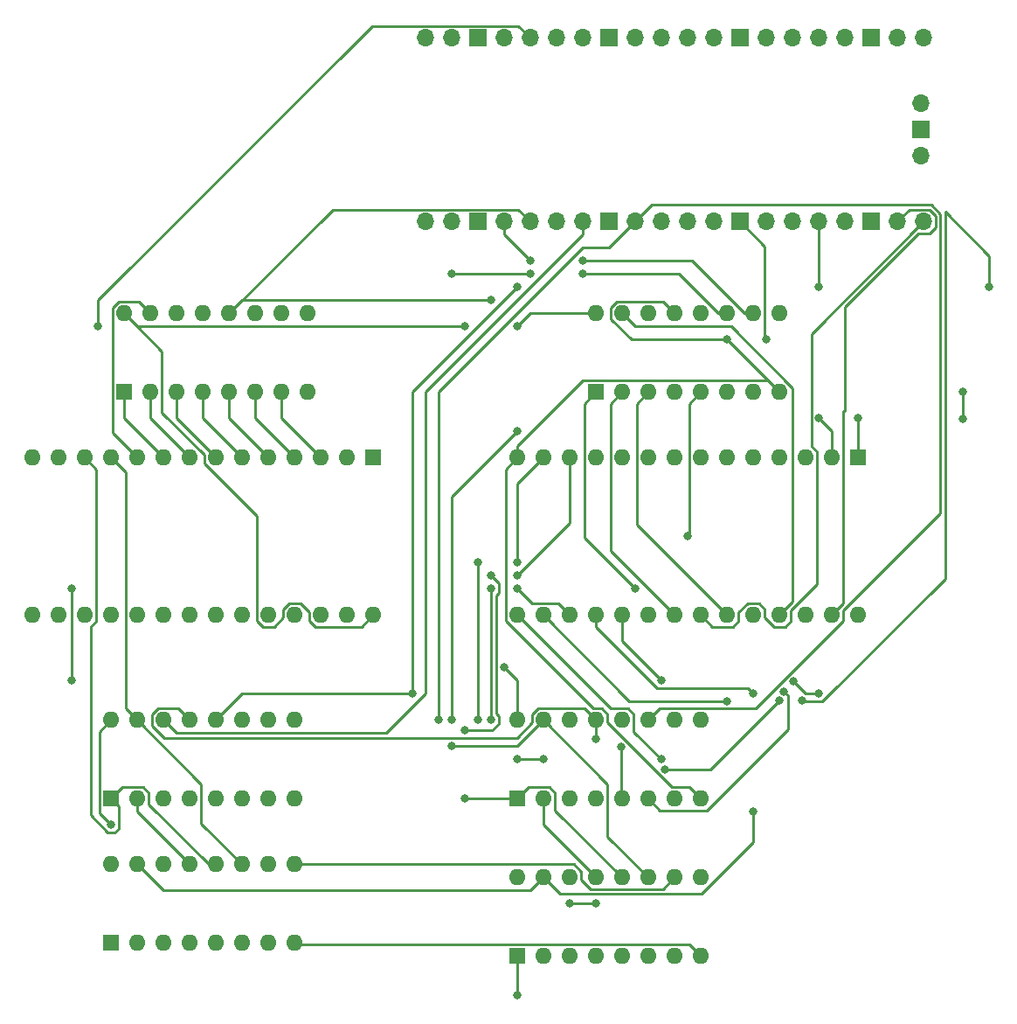
<source format=gbr>
%TF.GenerationSoftware,KiCad,Pcbnew,5.1.10*%
%TF.CreationDate,2021-08-11T14:36:07-04:00*%
%TF.ProjectId,TestSchematic,54657374-5363-4686-956d-617469632e6b,rev?*%
%TF.SameCoordinates,Original*%
%TF.FileFunction,Copper,L2,Bot*%
%TF.FilePolarity,Positive*%
%FSLAX46Y46*%
G04 Gerber Fmt 4.6, Leading zero omitted, Abs format (unit mm)*
G04 Created by KiCad (PCBNEW 5.1.10) date 2021-08-11 14:36:07*
%MOMM*%
%LPD*%
G01*
G04 APERTURE LIST*
%TA.AperFunction,ComponentPad*%
%ADD10O,1.700000X1.700000*%
%TD*%
%TA.AperFunction,ComponentPad*%
%ADD11R,1.700000X1.700000*%
%TD*%
%TA.AperFunction,ComponentPad*%
%ADD12R,1.600000X1.600000*%
%TD*%
%TA.AperFunction,ComponentPad*%
%ADD13O,1.600000X1.600000*%
%TD*%
%TA.AperFunction,ViaPad*%
%ADD14C,0.800000*%
%TD*%
%TA.AperFunction,Conductor*%
%ADD15C,0.250000*%
%TD*%
G04 APERTURE END LIST*
D10*
%TO.P,U9,1*%
%TO.N,Net-(U7-Pad14)*%
X95250000Y-87630000D03*
%TO.P,U9,2*%
%TO.N,Net-(U7-Pad11)*%
X97790000Y-87630000D03*
D11*
%TO.P,U9,3*%
%TO.N,Net-(U9-Pad3)*%
X100330000Y-87630000D03*
D10*
%TO.P,U9,4*%
%TO.N,Net-(U7-Pad10)*%
X102870000Y-87630000D03*
%TO.P,U9,5*%
%TO.N,Net-(U7-Pad12)*%
X105410000Y-87630000D03*
%TO.P,U9,6*%
%TO.N,Net-(U9-Pad6)*%
X107950000Y-87630000D03*
%TO.P,U9,7*%
%TO.N,Net-(U3-Pad14)*%
X110490000Y-87630000D03*
D11*
%TO.P,U9,8*%
%TO.N,Net-(U9-Pad8)*%
X113030000Y-87630000D03*
D10*
%TO.P,U9,9*%
%TO.N,Net-(U3-Pad11)*%
X115570000Y-87630000D03*
%TO.P,U9,10*%
%TO.N,Net-(U3-Pad10)*%
X118110000Y-87630000D03*
%TO.P,U9,11*%
%TO.N,Net-(U3-Pad12)*%
X120650000Y-87630000D03*
%TO.P,U9,12*%
%TO.N,Net-(U3-Pad13)*%
X123190000Y-87630000D03*
D11*
%TO.P,U9,13*%
%TO.N,Net-(U1-Pad8)*%
X125730000Y-87630000D03*
D10*
%TO.P,U9,14*%
%TO.N,Net-(U9-Pad14)*%
X128270000Y-87630000D03*
%TO.P,U9,15*%
%TO.N,Net-(U1-Pad2)*%
X130810000Y-87630000D03*
%TO.P,U9,16*%
%TO.N,Net-(U1-Pad15)*%
X133350000Y-87630000D03*
%TO.P,U9,17*%
%TO.N,Net-(U2-Pad9)*%
X135890000Y-87630000D03*
D11*
%TO.P,U9,18*%
%TO.N,Net-(U9-Pad18)*%
X138430000Y-87630000D03*
D10*
%TO.P,U9,19*%
%TO.N,Net-(U5-Pad27)*%
X140970000Y-87630000D03*
%TO.P,U9,20*%
%TO.N,Net-(U5-Pad22)*%
X143510000Y-87630000D03*
%TO.P,U9,21*%
%TO.N,Net-(U5-Pad20)*%
X143510000Y-69850000D03*
%TO.P,U9,22*%
%TO.N,Net-(U9-Pad22)*%
X140970000Y-69850000D03*
D11*
%TO.P,U9,23*%
%TO.N,Net-(U9-Pad23)*%
X138430000Y-69850000D03*
D10*
%TO.P,U9,24*%
%TO.N,Net-(U9-Pad24)*%
X135890000Y-69850000D03*
%TO.P,U9,25*%
%TO.N,Net-(U9-Pad25)*%
X133350000Y-69850000D03*
%TO.P,U9,26*%
%TO.N,Net-(U9-Pad26)*%
X130810000Y-69850000D03*
%TO.P,U9,27*%
%TO.N,Net-(U9-Pad27)*%
X128270000Y-69850000D03*
D11*
%TO.P,U9,28*%
%TO.N,Net-(U9-Pad28)*%
X125730000Y-69850000D03*
D10*
%TO.P,U9,29*%
%TO.N,Net-(U9-Pad29)*%
X123190000Y-69850000D03*
%TO.P,U9,30*%
%TO.N,Net-(U9-Pad30)*%
X120650000Y-69850000D03*
%TO.P,U9,31*%
%TO.N,Net-(U9-Pad31)*%
X118110000Y-69850000D03*
%TO.P,U9,32*%
%TO.N,Net-(U9-Pad32)*%
X115570000Y-69850000D03*
D11*
%TO.P,U9,33*%
%TO.N,Net-(U9-Pad33)*%
X113030000Y-69850000D03*
D10*
%TO.P,U9,34*%
%TO.N,Net-(U9-Pad34)*%
X110490000Y-69850000D03*
%TO.P,U9,35*%
%TO.N,Net-(U9-Pad35)*%
X107950000Y-69850000D03*
%TO.P,U9,36*%
%TO.N,Net-(U1-Pad16)*%
X105410000Y-69850000D03*
%TO.P,U9,37*%
%TO.N,Net-(U9-Pad37)*%
X102870000Y-69850000D03*
D11*
%TO.P,U9,38*%
%TO.N,Net-(U9-Pad38)*%
X100330000Y-69850000D03*
D10*
%TO.P,U9,39*%
%TO.N,Net-(U9-Pad39)*%
X97790000Y-69850000D03*
%TO.P,U9,40*%
%TO.N,Net-(U9-Pad40)*%
X95250000Y-69850000D03*
%TO.P,U9,41*%
%TO.N,Net-(U9-Pad41)*%
X143280000Y-81280000D03*
D11*
%TO.P,U9,42*%
%TO.N,Net-(U9-Pad42)*%
X143280000Y-78740000D03*
D10*
%TO.P,U9,43*%
%TO.N,Net-(U9-Pad43)*%
X143280000Y-76200000D03*
%TD*%
D12*
%TO.P,U8,1*%
%TO.N,Net-(U5-Pad24)*%
X111760000Y-104140000D03*
D13*
%TO.P,U8,9*%
%TO.N,Net-(U8-Pad9)*%
X129540000Y-96520000D03*
%TO.P,U8,2*%
%TO.N,Net-(U5-Pad21)*%
X114300000Y-104140000D03*
%TO.P,U8,10*%
%TO.N,Net-(U7-Pad10)*%
X127000000Y-96520000D03*
%TO.P,U8,3*%
%TO.N,Net-(U5-Pad23)*%
X116840000Y-104140000D03*
%TO.P,U8,11*%
%TO.N,Net-(U7-Pad11)*%
X124460000Y-96520000D03*
%TO.P,U8,4*%
%TO.N,Net-(U5-Pad2)*%
X119380000Y-104140000D03*
%TO.P,U8,12*%
%TO.N,Net-(U7-Pad12)*%
X121920000Y-96520000D03*
%TO.P,U8,5*%
%TO.N,Net-(U5-Pad26)*%
X121920000Y-104140000D03*
%TO.P,U8,13*%
%TO.N,Net-(U1-Pad8)*%
X119380000Y-96520000D03*
%TO.P,U8,6*%
%TO.N,Net-(U5-Pad1)*%
X124460000Y-104140000D03*
%TO.P,U8,14*%
%TO.N,Net-(U7-Pad9)*%
X116840000Y-96520000D03*
%TO.P,U8,7*%
%TO.N,Net-(U8-Pad7)*%
X127000000Y-104140000D03*
%TO.P,U8,15*%
%TO.N,Net-(U5-Pad25)*%
X114300000Y-96520000D03*
%TO.P,U8,8*%
%TO.N,Net-(U1-Pad8)*%
X129540000Y-104140000D03*
%TO.P,U8,16*%
%TO.N,Net-(U1-Pad16)*%
X111760000Y-96520000D03*
%TD*%
D12*
%TO.P,U7,1*%
%TO.N,Net-(U5-Pad9)*%
X66040000Y-104140000D03*
D13*
%TO.P,U7,9*%
%TO.N,Net-(U7-Pad9)*%
X83820000Y-96520000D03*
%TO.P,U7,2*%
%TO.N,Net-(U5-Pad8)*%
X68580000Y-104140000D03*
%TO.P,U7,10*%
%TO.N,Net-(U7-Pad10)*%
X81280000Y-96520000D03*
%TO.P,U7,3*%
%TO.N,Net-(U5-Pad7)*%
X71120000Y-104140000D03*
%TO.P,U7,11*%
%TO.N,Net-(U7-Pad11)*%
X78740000Y-96520000D03*
%TO.P,U7,4*%
%TO.N,Net-(U5-Pad6)*%
X73660000Y-104140000D03*
%TO.P,U7,12*%
%TO.N,Net-(U7-Pad12)*%
X76200000Y-96520000D03*
%TO.P,U7,5*%
%TO.N,Net-(U5-Pad5)*%
X76200000Y-104140000D03*
%TO.P,U7,13*%
%TO.N,Net-(U1-Pad8)*%
X73660000Y-96520000D03*
%TO.P,U7,6*%
%TO.N,Net-(U5-Pad4)*%
X78740000Y-104140000D03*
%TO.P,U7,14*%
%TO.N,Net-(U7-Pad14)*%
X71120000Y-96520000D03*
%TO.P,U7,7*%
%TO.N,Net-(U5-Pad3)*%
X81280000Y-104140000D03*
%TO.P,U7,15*%
%TO.N,Net-(U5-Pad10)*%
X68580000Y-96520000D03*
%TO.P,U7,8*%
%TO.N,Net-(U1-Pad8)*%
X83820000Y-104140000D03*
%TO.P,U7,16*%
%TO.N,Net-(U1-Pad16)*%
X66040000Y-96520000D03*
%TD*%
%TO.P,U6,28*%
%TO.N,Net-(U1-Pad16)*%
X137160000Y-125730000D03*
%TO.P,U6,14*%
%TO.N,Net-(U1-Pad8)*%
X104140000Y-110490000D03*
%TO.P,U6,27*%
%TO.N,Net-(U5-Pad27)*%
X134620000Y-125730000D03*
%TO.P,U6,13*%
%TO.N,Net-(U2-Pad13)*%
X106680000Y-110490000D03*
%TO.P,U6,26*%
%TO.N,Net-(U5-Pad26)*%
X132080000Y-125730000D03*
%TO.P,U6,12*%
%TO.N,Net-(U2-Pad12)*%
X109220000Y-110490000D03*
%TO.P,U6,25*%
%TO.N,Net-(U5-Pad25)*%
X129540000Y-125730000D03*
%TO.P,U6,11*%
%TO.N,Net-(U2-Pad11)*%
X111760000Y-110490000D03*
%TO.P,U6,24*%
%TO.N,Net-(U5-Pad24)*%
X127000000Y-125730000D03*
%TO.P,U6,10*%
%TO.N,Net-(U5-Pad10)*%
X114300000Y-110490000D03*
%TO.P,U6,23*%
%TO.N,Net-(U5-Pad23)*%
X124460000Y-125730000D03*
%TO.P,U6,9*%
%TO.N,Net-(U5-Pad9)*%
X116840000Y-110490000D03*
%TO.P,U6,22*%
%TO.N,Net-(U5-Pad22)*%
X121920000Y-125730000D03*
%TO.P,U6,8*%
%TO.N,Net-(U5-Pad8)*%
X119380000Y-110490000D03*
%TO.P,U6,21*%
%TO.N,Net-(U5-Pad21)*%
X119380000Y-125730000D03*
%TO.P,U6,7*%
%TO.N,Net-(U5-Pad7)*%
X121920000Y-110490000D03*
%TO.P,U6,20*%
%TO.N,Net-(U5-Pad20)*%
X116840000Y-125730000D03*
%TO.P,U6,6*%
%TO.N,Net-(U5-Pad6)*%
X124460000Y-110490000D03*
%TO.P,U6,19*%
%TO.N,Net-(U2-Pad6)*%
X114300000Y-125730000D03*
%TO.P,U6,5*%
%TO.N,Net-(U5-Pad5)*%
X127000000Y-110490000D03*
%TO.P,U6,18*%
%TO.N,Net-(U2-Pad5)*%
X111760000Y-125730000D03*
%TO.P,U6,4*%
%TO.N,Net-(U5-Pad4)*%
X129540000Y-110490000D03*
%TO.P,U6,17*%
%TO.N,Net-(U2-Pad4)*%
X109220000Y-125730000D03*
%TO.P,U6,3*%
%TO.N,Net-(U5-Pad3)*%
X132080000Y-110490000D03*
%TO.P,U6,16*%
%TO.N,Net-(U2-Pad3)*%
X106680000Y-125730000D03*
%TO.P,U6,2*%
%TO.N,Net-(U5-Pad2)*%
X134620000Y-110490000D03*
%TO.P,U6,15*%
%TO.N,Net-(U2-Pad14)*%
X104140000Y-125730000D03*
D12*
%TO.P,U6,1*%
%TO.N,Net-(U5-Pad1)*%
X137160000Y-110490000D03*
%TD*%
D13*
%TO.P,U5,28*%
%TO.N,Net-(U1-Pad16)*%
X90170000Y-125730000D03*
%TO.P,U5,14*%
%TO.N,Net-(U1-Pad8)*%
X57150000Y-110490000D03*
%TO.P,U5,27*%
%TO.N,Net-(U5-Pad27)*%
X87630000Y-125730000D03*
%TO.P,U5,13*%
%TO.N,Net-(U1-Pad13)*%
X59690000Y-110490000D03*
%TO.P,U5,26*%
%TO.N,Net-(U5-Pad26)*%
X85090000Y-125730000D03*
%TO.P,U5,12*%
%TO.N,Net-(U1-Pad12)*%
X62230000Y-110490000D03*
%TO.P,U5,25*%
%TO.N,Net-(U5-Pad25)*%
X82550000Y-125730000D03*
%TO.P,U5,11*%
%TO.N,Net-(U1-Pad11)*%
X64770000Y-110490000D03*
%TO.P,U5,24*%
%TO.N,Net-(U5-Pad24)*%
X80010000Y-125730000D03*
%TO.P,U5,10*%
%TO.N,Net-(U5-Pad10)*%
X67310000Y-110490000D03*
%TO.P,U5,23*%
%TO.N,Net-(U5-Pad23)*%
X77470000Y-125730000D03*
%TO.P,U5,9*%
%TO.N,Net-(U5-Pad9)*%
X69850000Y-110490000D03*
%TO.P,U5,22*%
%TO.N,Net-(U5-Pad22)*%
X74930000Y-125730000D03*
%TO.P,U5,8*%
%TO.N,Net-(U5-Pad8)*%
X72390000Y-110490000D03*
%TO.P,U5,21*%
%TO.N,Net-(U5-Pad21)*%
X72390000Y-125730000D03*
%TO.P,U5,7*%
%TO.N,Net-(U5-Pad7)*%
X74930000Y-110490000D03*
%TO.P,U5,20*%
%TO.N,Net-(U5-Pad20)*%
X69850000Y-125730000D03*
%TO.P,U5,6*%
%TO.N,Net-(U5-Pad6)*%
X77470000Y-110490000D03*
%TO.P,U5,19*%
%TO.N,Net-(U1-Pad6)*%
X67310000Y-125730000D03*
%TO.P,U5,5*%
%TO.N,Net-(U5-Pad5)*%
X80010000Y-110490000D03*
%TO.P,U5,18*%
%TO.N,Net-(U1-Pad5)*%
X64770000Y-125730000D03*
%TO.P,U5,4*%
%TO.N,Net-(U5-Pad4)*%
X82550000Y-110490000D03*
%TO.P,U5,17*%
%TO.N,Net-(U1-Pad4)*%
X62230000Y-125730000D03*
%TO.P,U5,3*%
%TO.N,Net-(U5-Pad3)*%
X85090000Y-110490000D03*
%TO.P,U5,16*%
%TO.N,Net-(U1-Pad3)*%
X59690000Y-125730000D03*
%TO.P,U5,2*%
%TO.N,Net-(U5-Pad2)*%
X87630000Y-110490000D03*
%TO.P,U5,15*%
%TO.N,Net-(U1-Pad14)*%
X57150000Y-125730000D03*
D12*
%TO.P,U5,1*%
%TO.N,Net-(U5-Pad1)*%
X90170000Y-110490000D03*
%TD*%
D13*
%TO.P,U4,16*%
%TO.N,Net-(U1-Pad16)*%
X104140000Y-135890000D03*
%TO.P,U4,8*%
%TO.N,Net-(U1-Pad8)*%
X121920000Y-143510000D03*
%TO.P,U4,15*%
%TO.N,Net-(U2-Pad11)*%
X106680000Y-135890000D03*
%TO.P,U4,7*%
%TO.N,Net-(U2-Pad6)*%
X119380000Y-143510000D03*
%TO.P,U4,14*%
%TO.N,Net-(U3-Pad9)*%
X109220000Y-135890000D03*
%TO.P,U4,6*%
%TO.N,Net-(U2-Pad5)*%
X116840000Y-143510000D03*
%TO.P,U4,13*%
%TO.N,Net-(U3-Pad13)*%
X111760000Y-135890000D03*
%TO.P,U4,5*%
%TO.N,Net-(U2-Pad4)*%
X114300000Y-143510000D03*
%TO.P,U4,12*%
%TO.N,Net-(U3-Pad12)*%
X114300000Y-135890000D03*
%TO.P,U4,4*%
%TO.N,Net-(U2-Pad3)*%
X111760000Y-143510000D03*
%TO.P,U4,11*%
%TO.N,Net-(U3-Pad11)*%
X116840000Y-135890000D03*
%TO.P,U4,3*%
%TO.N,Net-(U2-Pad14)*%
X109220000Y-143510000D03*
%TO.P,U4,10*%
%TO.N,Net-(U3-Pad10)*%
X119380000Y-135890000D03*
%TO.P,U4,2*%
%TO.N,Net-(U2-Pad13)*%
X106680000Y-143510000D03*
%TO.P,U4,9*%
%TO.N,Net-(U4-Pad9)*%
X121920000Y-135890000D03*
D12*
%TO.P,U4,1*%
%TO.N,Net-(U2-Pad12)*%
X104140000Y-143510000D03*
%TD*%
D13*
%TO.P,U3,16*%
%TO.N,Net-(U1-Pad16)*%
X64770000Y-135890000D03*
%TO.P,U3,8*%
%TO.N,Net-(U1-Pad8)*%
X82550000Y-143510000D03*
%TO.P,U3,15*%
%TO.N,Net-(U1-Pad11)*%
X67310000Y-135890000D03*
%TO.P,U3,7*%
%TO.N,Net-(U1-Pad6)*%
X80010000Y-143510000D03*
%TO.P,U3,14*%
%TO.N,Net-(U3-Pad14)*%
X69850000Y-135890000D03*
%TO.P,U3,6*%
%TO.N,Net-(U1-Pad5)*%
X77470000Y-143510000D03*
%TO.P,U3,13*%
%TO.N,Net-(U3-Pad13)*%
X72390000Y-135890000D03*
%TO.P,U3,5*%
%TO.N,Net-(U1-Pad4)*%
X74930000Y-143510000D03*
%TO.P,U3,12*%
%TO.N,Net-(U3-Pad12)*%
X74930000Y-135890000D03*
%TO.P,U3,4*%
%TO.N,Net-(U1-Pad3)*%
X72390000Y-143510000D03*
%TO.P,U3,11*%
%TO.N,Net-(U3-Pad11)*%
X77470000Y-135890000D03*
%TO.P,U3,3*%
%TO.N,Net-(U1-Pad14)*%
X69850000Y-143510000D03*
%TO.P,U3,10*%
%TO.N,Net-(U3-Pad10)*%
X80010000Y-135890000D03*
%TO.P,U3,2*%
%TO.N,Net-(U1-Pad13)*%
X67310000Y-143510000D03*
%TO.P,U3,9*%
%TO.N,Net-(U3-Pad9)*%
X82550000Y-135890000D03*
D12*
%TO.P,U3,1*%
%TO.N,Net-(U1-Pad12)*%
X64770000Y-143510000D03*
%TD*%
%TO.P,U2,1*%
%TO.N,Net-(U1-Pad1)*%
X104140000Y-158750000D03*
D13*
%TO.P,U2,9*%
%TO.N,Net-(U2-Pad9)*%
X121920000Y-151130000D03*
%TO.P,U2,2*%
%TO.N,Net-(U1-Pad2)*%
X106680000Y-158750000D03*
%TO.P,U2,10*%
%TO.N,Net-(U1-Pad9)*%
X119380000Y-151130000D03*
%TO.P,U2,3*%
%TO.N,Net-(U2-Pad3)*%
X109220000Y-158750000D03*
%TO.P,U2,11*%
%TO.N,Net-(U2-Pad11)*%
X116840000Y-151130000D03*
%TO.P,U2,4*%
%TO.N,Net-(U2-Pad4)*%
X111760000Y-158750000D03*
%TO.P,U2,12*%
%TO.N,Net-(U2-Pad12)*%
X114300000Y-151130000D03*
%TO.P,U2,5*%
%TO.N,Net-(U2-Pad5)*%
X114300000Y-158750000D03*
%TO.P,U2,13*%
%TO.N,Net-(U2-Pad13)*%
X111760000Y-151130000D03*
%TO.P,U2,6*%
%TO.N,Net-(U2-Pad6)*%
X116840000Y-158750000D03*
%TO.P,U2,14*%
%TO.N,Net-(U2-Pad14)*%
X109220000Y-151130000D03*
%TO.P,U2,7*%
%TO.N,Net-(U2-Pad7)*%
X119380000Y-158750000D03*
%TO.P,U2,15*%
%TO.N,Net-(U1-Pad15)*%
X106680000Y-151130000D03*
%TO.P,U2,8*%
%TO.N,Net-(U1-Pad8)*%
X121920000Y-158750000D03*
%TO.P,U2,16*%
%TO.N,Net-(U1-Pad16)*%
X104140000Y-151130000D03*
%TD*%
%TO.P,U1,16*%
%TO.N,Net-(U1-Pad16)*%
X64770000Y-149860000D03*
%TO.P,U1,8*%
%TO.N,Net-(U1-Pad8)*%
X82550000Y-157480000D03*
%TO.P,U1,15*%
%TO.N,Net-(U1-Pad15)*%
X67310000Y-149860000D03*
%TO.P,U1,7*%
%TO.N,Net-(U1-Pad7)*%
X80010000Y-157480000D03*
%TO.P,U1,14*%
%TO.N,Net-(U1-Pad14)*%
X69850000Y-149860000D03*
%TO.P,U1,6*%
%TO.N,Net-(U1-Pad6)*%
X77470000Y-157480000D03*
%TO.P,U1,13*%
%TO.N,Net-(U1-Pad13)*%
X72390000Y-149860000D03*
%TO.P,U1,5*%
%TO.N,Net-(U1-Pad5)*%
X74930000Y-157480000D03*
%TO.P,U1,12*%
%TO.N,Net-(U1-Pad12)*%
X74930000Y-149860000D03*
%TO.P,U1,4*%
%TO.N,Net-(U1-Pad4)*%
X72390000Y-157480000D03*
%TO.P,U1,11*%
%TO.N,Net-(U1-Pad11)*%
X77470000Y-149860000D03*
%TO.P,U1,3*%
%TO.N,Net-(U1-Pad3)*%
X69850000Y-157480000D03*
%TO.P,U1,10*%
%TO.N,Net-(U1-Pad10)*%
X80010000Y-149860000D03*
%TO.P,U1,2*%
%TO.N,Net-(U1-Pad2)*%
X67310000Y-157480000D03*
%TO.P,U1,9*%
%TO.N,Net-(U1-Pad9)*%
X82550000Y-149860000D03*
D12*
%TO.P,U1,1*%
%TO.N,Net-(U1-Pad1)*%
X64770000Y-157480000D03*
%TD*%
D14*
%TO.N,Net-(U1-Pad15)*%
X127000000Y-144780000D03*
X133350000Y-93980000D03*
%TO.N,Net-(U1-Pad8)*%
X128270000Y-99060000D03*
X124460000Y-99060000D03*
%TO.N,Net-(U1-Pad1)*%
X104140000Y-162560000D03*
%TO.N,Net-(U2-Pad14)*%
X118110000Y-139700000D03*
%TO.N,Net-(U2-Pad6)*%
X133350000Y-133350000D03*
X130885154Y-132155154D03*
X118110000Y-132080000D03*
%TO.N,Net-(U2-Pad13)*%
X109220000Y-153670000D03*
X111760000Y-153670000D03*
X104140000Y-120650000D03*
X100330000Y-120650000D03*
X100330000Y-135890000D03*
%TO.N,Net-(U2-Pad5)*%
X127000000Y-133314999D03*
X129933573Y-133106734D03*
%TO.N,Net-(U2-Pad12)*%
X104140000Y-121920000D03*
X101600000Y-121920000D03*
X99060000Y-136885009D03*
X99060000Y-143510000D03*
%TO.N,Net-(U2-Pad4)*%
X104140000Y-123190000D03*
X101600000Y-123190000D03*
X101600000Y-135890000D03*
X104140000Y-139700000D03*
X106680000Y-139700000D03*
X114224846Y-138505154D03*
%TO.N,Net-(U2-Pad11)*%
X97790000Y-138430000D03*
X97790000Y-135890000D03*
X104140000Y-107950000D03*
%TO.N,Net-(U2-Pad3)*%
X124460000Y-134039999D03*
X129514849Y-134014848D03*
X118425152Y-140654848D03*
%TO.N,Net-(U2-Pad9)*%
X147304846Y-106695154D03*
X147320000Y-104140000D03*
%TO.N,Net-(U3-Pad13)*%
X149860000Y-93980000D03*
X131704508Y-133970187D03*
X111760000Y-137740001D03*
%TO.N,Net-(U3-Pad12)*%
X93980000Y-133350000D03*
X104140000Y-93980000D03*
%TO.N,Net-(U3-Pad11)*%
X96520000Y-135890000D03*
%TO.N,Net-(U5-Pad26)*%
X120650000Y-118110000D03*
%TO.N,Net-(U5-Pad24)*%
X115570000Y-123190000D03*
%TO.N,Net-(U5-Pad2)*%
X133350000Y-106680000D03*
%TO.N,Net-(U5-Pad1)*%
X137160000Y-106680000D03*
%TO.N,Net-(U7-Pad12)*%
X101600000Y-95250000D03*
%TO.N,Net-(U7-Pad11)*%
X97790000Y-92710000D03*
X105410000Y-92710000D03*
X110490000Y-92710000D03*
%TO.N,Net-(U7-Pad10)*%
X105410000Y-91440000D03*
X110490000Y-91440000D03*
%TO.N,Net-(U1-Pad16)*%
X104140000Y-97790000D03*
X99060000Y-97790000D03*
X64770000Y-146050000D03*
X60960000Y-132080000D03*
X60960000Y-123190000D03*
X102870000Y-130810000D03*
X63500000Y-97790000D03*
%TD*%
D15*
%TO.N,Net-(U1-Pad15)*%
X69850000Y-152400000D02*
X67310000Y-149860000D01*
X105410000Y-152400000D02*
X69850000Y-152400000D01*
X106680000Y-151130000D02*
X105410000Y-152400000D01*
X122009992Y-152705010D02*
X127000000Y-147715002D01*
X108255010Y-152705010D02*
X122009992Y-152705010D01*
X106680000Y-151130000D02*
X108255010Y-152705010D01*
X127000000Y-147715002D02*
X127000000Y-144780000D01*
X133350000Y-93980000D02*
X133350000Y-87630000D01*
%TO.N,Net-(U1-Pad8)*%
X82694999Y-157624999D02*
X82550000Y-157480000D01*
X120794999Y-157624999D02*
X82694999Y-157624999D01*
X121920000Y-158750000D02*
X120794999Y-157624999D01*
X128414999Y-103014999D02*
X129540000Y-104140000D01*
X110483631Y-103014999D02*
X128414999Y-103014999D01*
X104140000Y-109358630D02*
X110483631Y-103014999D01*
X104140000Y-110490000D02*
X104140000Y-109358630D01*
X119129997Y-142384999D02*
X120794999Y-142384999D01*
X112885001Y-136140003D02*
X119129997Y-142384999D01*
X112885001Y-135349999D02*
X112885001Y-136140003D01*
X120794999Y-142384999D02*
X121920000Y-143510000D01*
X112300001Y-134764999D02*
X112885001Y-135349999D01*
X111509997Y-134764999D02*
X112300001Y-134764999D01*
X103014999Y-126270001D02*
X111509997Y-134764999D01*
X103014999Y-111615001D02*
X103014999Y-126270001D01*
X104140000Y-110490000D02*
X103014999Y-111615001D01*
X128125001Y-98915001D02*
X128270000Y-99060000D01*
X128125001Y-90025001D02*
X128125001Y-98915001D01*
X125730000Y-87630000D02*
X128125001Y-90025001D01*
X113759999Y-95394999D02*
X118254999Y-95394999D01*
X118254999Y-95394999D02*
X119380000Y-96520000D01*
X113174999Y-95979999D02*
X113759999Y-95394999D01*
X113174999Y-97060001D02*
X113174999Y-95979999D01*
X115174998Y-99060000D02*
X113174999Y-97060001D01*
X124460000Y-99060000D02*
X115174998Y-99060000D01*
X129540000Y-104140000D02*
X124460000Y-99060000D01*
%TO.N,Net-(U1-Pad13)*%
X67310000Y-144780000D02*
X72390000Y-149860000D01*
X67310000Y-143510000D02*
X67310000Y-144780000D01*
%TO.N,Net-(U1-Pad12)*%
X68435001Y-142969999D02*
X67850001Y-142384999D01*
X67850001Y-142384999D02*
X65895001Y-142384999D01*
X68435001Y-144050001D02*
X68435001Y-142969999D01*
X65895001Y-142384999D02*
X64770000Y-143510000D01*
X74245000Y-149860000D02*
X68435001Y-144050001D01*
X74930000Y-149860000D02*
X74245000Y-149860000D01*
X62770001Y-126855001D02*
X63355001Y-126270001D01*
X62770001Y-145123003D02*
X62770001Y-126855001D01*
X63355001Y-126270001D02*
X63355001Y-111615001D01*
X64421999Y-146775001D02*
X62770001Y-145123003D01*
X65118001Y-146775001D02*
X64421999Y-146775001D01*
X63355001Y-111615001D02*
X62230000Y-110490000D01*
X65495001Y-144235001D02*
X65495001Y-146398001D01*
X65495001Y-146398001D02*
X65118001Y-146775001D01*
X64770000Y-143510000D02*
X65495001Y-144235001D01*
%TO.N,Net-(U1-Pad11)*%
X73515001Y-142095001D02*
X67310000Y-135890000D01*
X73515001Y-145905001D02*
X73515001Y-142095001D01*
X77470000Y-149860000D02*
X73515001Y-145905001D01*
X66184999Y-134764999D02*
X67310000Y-135890000D01*
X66184999Y-111904999D02*
X66184999Y-134764999D01*
X64770000Y-110490000D02*
X66184999Y-111904999D01*
%TO.N,Net-(U1-Pad9)*%
X110345001Y-150589999D02*
X109615002Y-149860000D01*
X110345001Y-151380003D02*
X110345001Y-150589999D01*
X111219999Y-152255001D02*
X110345001Y-151380003D01*
X109615002Y-149860000D02*
X82550000Y-149860000D01*
X118254999Y-152255001D02*
X111219999Y-152255001D01*
X119380000Y-151130000D02*
X118254999Y-152255001D01*
%TO.N,Net-(U1-Pad1)*%
X104140000Y-162560000D02*
X104140000Y-158750000D01*
%TO.N,Net-(U2-Pad14)*%
X115425001Y-137015001D02*
X118110000Y-139700000D01*
X115425001Y-135349999D02*
X115425001Y-137015001D01*
X114840001Y-134764999D02*
X115425001Y-135349999D01*
X113174999Y-134764999D02*
X114840001Y-134764999D01*
X104140000Y-125730000D02*
X113174999Y-134764999D01*
%TO.N,Net-(U2-Pad6)*%
X132080000Y-133350000D02*
X130885154Y-132155154D01*
X133350000Y-133350000D02*
X132080000Y-133350000D01*
X114300000Y-128270000D02*
X114300000Y-125730000D01*
X118110000Y-132080000D02*
X114300000Y-128270000D01*
%TO.N,Net-(U2-Pad13)*%
X106680000Y-146050000D02*
X111760000Y-151130000D01*
X106680000Y-143510000D02*
X106680000Y-146050000D01*
X109220000Y-153670000D02*
X111760000Y-153670000D01*
X104140000Y-113030000D02*
X104140000Y-120650000D01*
X106680000Y-110490000D02*
X104140000Y-113030000D01*
X100330000Y-120650000D02*
X100330000Y-135890000D01*
%TO.N,Net-(U2-Pad5)*%
X126490002Y-132805001D02*
X127000000Y-133314999D01*
X117703631Y-132805001D02*
X126490002Y-132805001D01*
X111760000Y-126861370D02*
X117703631Y-132805001D01*
X111760000Y-125730000D02*
X111760000Y-126861370D01*
X117965001Y-144635001D02*
X116840000Y-143510000D01*
X122460001Y-144635001D02*
X117965001Y-144635001D01*
X130333572Y-136761430D02*
X122460001Y-144635001D01*
X130333572Y-133506733D02*
X130333572Y-136761430D01*
X129933573Y-133106734D02*
X130333572Y-133506733D01*
%TO.N,Net-(U2-Pad12)*%
X105265001Y-142384999D02*
X104140000Y-143510000D01*
X107220001Y-142384999D02*
X105265001Y-142384999D01*
X107805001Y-142969999D02*
X107220001Y-142384999D01*
X107805001Y-144635001D02*
X107805001Y-142969999D01*
X114300000Y-151130000D02*
X107805001Y-144635001D01*
X109220000Y-116840000D02*
X104140000Y-121920000D01*
X109220000Y-110490000D02*
X109220000Y-116840000D01*
X102325001Y-135541999D02*
X102325001Y-136238001D01*
X102050010Y-135267008D02*
X102325001Y-135541999D01*
X102050010Y-123812992D02*
X102050010Y-135267008D01*
X102325001Y-136238001D02*
X101677993Y-136885009D01*
X102325001Y-123538001D02*
X102050010Y-123812992D01*
X101677993Y-136885009D02*
X99060000Y-136885009D01*
X102325001Y-122645001D02*
X102325001Y-123538001D01*
X101600000Y-121920000D02*
X102325001Y-122645001D01*
X99060000Y-143510000D02*
X104140000Y-143510000D01*
%TO.N,Net-(U2-Pad4)*%
X108094999Y-124604999D02*
X105554999Y-124604999D01*
X109220000Y-125730000D02*
X108094999Y-124604999D01*
X105554999Y-124604999D02*
X104140000Y-123190000D01*
X101600000Y-123190000D02*
X101600000Y-135890000D01*
X104140000Y-139700000D02*
X106680000Y-139700000D01*
X114224846Y-143434846D02*
X114300000Y-143510000D01*
X114224846Y-138505154D02*
X114224846Y-143434846D01*
%TO.N,Net-(U2-Pad11)*%
X112885001Y-142095001D02*
X106680000Y-135890000D01*
X112885001Y-147175001D02*
X112885001Y-142095001D01*
X116840000Y-151130000D02*
X112885001Y-147175001D01*
X106680000Y-135890000D02*
X104140000Y-138430000D01*
X104140000Y-138430000D02*
X97790000Y-138430000D01*
X97790000Y-114300000D02*
X104140000Y-107950000D01*
X97790000Y-135890000D02*
X97790000Y-114300000D01*
%TO.N,Net-(U2-Pad3)*%
X114989999Y-134039999D02*
X124460000Y-134039999D01*
X106680000Y-125730000D02*
X114989999Y-134039999D01*
X122874849Y-140654848D02*
X118425152Y-140654848D01*
X129514849Y-134014848D02*
X122874849Y-140654848D01*
%TO.N,Net-(U2-Pad9)*%
X147304846Y-104155154D02*
X147320000Y-104140000D01*
X147304846Y-106695154D02*
X147304846Y-104155154D01*
%TO.N,Net-(U3-Pad14)*%
X110490000Y-87630000D02*
X110490000Y-88900000D01*
X110490000Y-88900000D02*
X95250000Y-104140000D01*
X95250000Y-104140000D02*
X95250000Y-133350000D01*
X95250000Y-133350000D02*
X91440000Y-137160000D01*
X71120000Y-137160000D02*
X69850000Y-135890000D01*
X91440000Y-137160000D02*
X71120000Y-137160000D01*
%TO.N,Net-(U3-Pad13)*%
X106139999Y-134764999D02*
X110634999Y-134764999D01*
X110634999Y-134764999D02*
X111760000Y-135890000D01*
X105554999Y-135349999D02*
X106139999Y-134764999D01*
X105554999Y-136140003D02*
X105554999Y-135349999D01*
X104084993Y-137610009D02*
X105554999Y-136140003D01*
X69905007Y-137610009D02*
X104084993Y-137610009D01*
X68724999Y-136430001D02*
X69905007Y-137610009D01*
X68724999Y-135349999D02*
X68724999Y-136430001D01*
X69309999Y-134764999D02*
X68724999Y-135349999D01*
X71264999Y-134764999D02*
X69309999Y-134764999D01*
X72390000Y-135890000D02*
X71264999Y-134764999D01*
X131809322Y-134075001D02*
X131704508Y-133970187D01*
X133698001Y-134075001D02*
X131809322Y-134075001D01*
X145585021Y-122187981D02*
X133698001Y-134075001D01*
X145585021Y-86693199D02*
X145585021Y-122187981D01*
X149860000Y-90968178D02*
X145585021Y-86693199D01*
X149860000Y-93980000D02*
X149860000Y-90968178D01*
X111760000Y-137740001D02*
X111760000Y-135890000D01*
%TO.N,Net-(U3-Pad12)*%
X77470000Y-133350000D02*
X93980000Y-133350000D01*
X74930000Y-135890000D02*
X77470000Y-133350000D01*
X93980000Y-104140000D02*
X104140000Y-93980000D01*
X93980000Y-133350000D02*
X93980000Y-104140000D01*
%TO.N,Net-(U3-Pad11)*%
X115570000Y-87630000D02*
X113030000Y-90170000D01*
X113030000Y-90170000D02*
X110490000Y-90170000D01*
X117965001Y-134764999D02*
X116840000Y-135890000D01*
X127250003Y-134764999D02*
X117965001Y-134764999D01*
X135745001Y-125241409D02*
X135745001Y-126270001D01*
X145135011Y-115851399D02*
X135745001Y-125241409D01*
X145135011Y-86879599D02*
X145135011Y-115851399D01*
X144260402Y-86004990D02*
X145135011Y-86879599D01*
X117195010Y-86004990D02*
X144260402Y-86004990D01*
X135745001Y-126270001D02*
X127250003Y-134764999D01*
X115570000Y-87630000D02*
X117195010Y-86004990D01*
X96520000Y-104140000D02*
X96520000Y-135890000D01*
X110490000Y-90170000D02*
X96520000Y-104140000D01*
%TO.N,Net-(U5-Pad27)*%
X135745001Y-105954999D02*
X135745001Y-124604999D01*
X135890000Y-105954999D02*
X135745001Y-105954999D01*
X135890000Y-95886410D02*
X135890000Y-105954999D01*
X142971409Y-88805001D02*
X135890000Y-95886410D01*
X144074001Y-88805001D02*
X142971409Y-88805001D01*
X144685001Y-87065999D02*
X144685001Y-88194001D01*
X135745001Y-124604999D02*
X134620000Y-125730000D01*
X144074001Y-86454999D02*
X144685001Y-87065999D01*
X142145001Y-86454999D02*
X144074001Y-86454999D01*
X144685001Y-88194001D02*
X144074001Y-88805001D01*
X140970000Y-87630000D02*
X142145001Y-86454999D01*
%TO.N,Net-(U5-Pad26)*%
X120794999Y-117965001D02*
X120650000Y-118110000D01*
X120794999Y-105265001D02*
X120794999Y-117965001D01*
X121920000Y-104140000D02*
X120794999Y-105265001D01*
%TO.N,Net-(U5-Pad25)*%
X114300000Y-96520000D02*
X115570000Y-97790000D01*
X124855002Y-97790000D02*
X130810000Y-103744998D01*
X115570000Y-97790000D02*
X124855002Y-97790000D01*
X130810000Y-124460000D02*
X129540000Y-125730000D01*
X130810000Y-103744998D02*
X130810000Y-124460000D01*
%TO.N,Net-(U5-Pad24)*%
X110634999Y-118254999D02*
X115570000Y-123190000D01*
X110634999Y-105265001D02*
X110634999Y-118254999D01*
X111760000Y-104140000D02*
X110634999Y-105265001D01*
%TO.N,Net-(U5-Pad10)*%
X65499999Y-95394999D02*
X64914999Y-95979999D01*
X64914999Y-95979999D02*
X64914999Y-108094999D01*
X67454999Y-95394999D02*
X65499999Y-95394999D01*
X64914999Y-108094999D02*
X67310000Y-110490000D01*
X68580000Y-96520000D02*
X67454999Y-95394999D01*
%TO.N,Net-(U5-Pad23)*%
X115714999Y-116984999D02*
X124460000Y-125730000D01*
X115714999Y-105265001D02*
X115714999Y-116984999D01*
X116840000Y-104140000D02*
X115714999Y-105265001D01*
%TO.N,Net-(U5-Pad9)*%
X66040000Y-106680000D02*
X69850000Y-110490000D01*
X66040000Y-104140000D02*
X66040000Y-106680000D01*
%TO.N,Net-(U5-Pad22)*%
X125585001Y-126270001D02*
X125000001Y-126855001D01*
X125585001Y-125479997D02*
X125585001Y-126270001D01*
X127540001Y-124604999D02*
X126459999Y-124604999D01*
X128125001Y-125189999D02*
X127540001Y-124604999D01*
X128999999Y-126855001D02*
X128125001Y-125980003D01*
X125000001Y-126855001D02*
X123045001Y-126855001D01*
X130080001Y-126855001D02*
X128999999Y-126855001D01*
X128125001Y-125980003D02*
X128125001Y-125189999D01*
X130665001Y-126270001D02*
X130080001Y-126855001D01*
X126459999Y-124604999D02*
X125585001Y-125479997D01*
X130665001Y-125241409D02*
X130665001Y-126270001D01*
X123045001Y-126855001D02*
X121920000Y-125730000D01*
X133205001Y-122701409D02*
X130665001Y-125241409D01*
X133205001Y-109949999D02*
X133205001Y-122701409D01*
X132624999Y-109369997D02*
X133205001Y-109949999D01*
X132624999Y-98515001D02*
X132624999Y-109369997D01*
X143510000Y-87630000D02*
X132624999Y-98515001D01*
%TO.N,Net-(U5-Pad8)*%
X68580000Y-106680000D02*
X72390000Y-110490000D01*
X68580000Y-104140000D02*
X68580000Y-106680000D01*
%TO.N,Net-(U5-Pad21)*%
X113174999Y-119524999D02*
X119380000Y-125730000D01*
X113174999Y-105265001D02*
X113174999Y-119524999D01*
X114300000Y-104140000D02*
X113174999Y-105265001D01*
%TO.N,Net-(U5-Pad7)*%
X71120000Y-106680000D02*
X74930000Y-110490000D01*
X71120000Y-104140000D02*
X71120000Y-106680000D01*
%TO.N,Net-(U5-Pad6)*%
X73660000Y-106680000D02*
X77470000Y-110490000D01*
X73660000Y-104140000D02*
X73660000Y-106680000D01*
%TO.N,Net-(U5-Pad5)*%
X76200000Y-106680000D02*
X80010000Y-110490000D01*
X76200000Y-104140000D02*
X76200000Y-106680000D01*
%TO.N,Net-(U5-Pad4)*%
X78740000Y-106680000D02*
X82550000Y-110490000D01*
X78740000Y-104140000D02*
X78740000Y-106680000D01*
%TO.N,Net-(U5-Pad3)*%
X81280000Y-106680000D02*
X85090000Y-110490000D01*
X81280000Y-104140000D02*
X81280000Y-106680000D01*
%TO.N,Net-(U5-Pad2)*%
X134620000Y-107950000D02*
X133350000Y-106680000D01*
X134620000Y-110490000D02*
X134620000Y-107950000D01*
%TO.N,Net-(U5-Pad1)*%
X137160000Y-106680000D02*
X137160000Y-110490000D01*
%TO.N,Net-(U7-Pad12)*%
X86265001Y-86454999D02*
X76200000Y-96520000D01*
X104234999Y-86454999D02*
X86265001Y-86454999D01*
X105410000Y-87630000D02*
X104234999Y-86454999D01*
X77470000Y-95250000D02*
X101600000Y-95250000D01*
X76200000Y-96520000D02*
X77470000Y-95250000D01*
%TO.N,Net-(U7-Pad11)*%
X97790000Y-92710000D02*
X105410000Y-92710000D01*
X123585002Y-96520000D02*
X124460000Y-96520000D01*
X119775002Y-92710000D02*
X123585002Y-96520000D01*
X119775002Y-92710000D02*
X110490000Y-92710000D01*
%TO.N,Net-(U7-Pad10)*%
X102870000Y-88900000D02*
X105410000Y-91440000D01*
X102870000Y-87630000D02*
X102870000Y-88900000D01*
X121045002Y-91440000D02*
X126125002Y-96520000D01*
X126125002Y-96520000D02*
X127000000Y-96520000D01*
X110490000Y-91440000D02*
X121045002Y-91440000D01*
%TO.N,Net-(U1-Pad16)*%
X105410000Y-96520000D02*
X104140000Y-97790000D01*
X111760000Y-96520000D02*
X105410000Y-96520000D01*
X67310000Y-97790000D02*
X66040000Y-96520000D01*
X99060000Y-97790000D02*
X67310000Y-97790000D01*
X63644999Y-137015001D02*
X64770000Y-135890000D01*
X63644999Y-144924999D02*
X63644999Y-137015001D01*
X64770000Y-146050000D02*
X63644999Y-144924999D01*
X60960000Y-132080000D02*
X60960000Y-123190000D01*
X104140000Y-135890000D02*
X104140000Y-132080000D01*
X104140000Y-132080000D02*
X102870000Y-130810000D01*
X84549999Y-126855001D02*
X89044999Y-126855001D01*
X83964999Y-126270001D02*
X84549999Y-126855001D01*
X81424999Y-125189999D02*
X82009999Y-124604999D01*
X81424999Y-125980003D02*
X81424999Y-125189999D01*
X89044999Y-126855001D02*
X90170000Y-125730000D01*
X80550001Y-126855001D02*
X81424999Y-125980003D01*
X79469999Y-126855001D02*
X80550001Y-126855001D01*
X83090001Y-124604999D02*
X83964999Y-125479997D01*
X78884999Y-126270001D02*
X79469999Y-126855001D01*
X78884999Y-116110001D02*
X78884999Y-126270001D01*
X73804999Y-111030001D02*
X78884999Y-116110001D01*
X73804999Y-110239997D02*
X73804999Y-111030001D01*
X83964999Y-125479997D02*
X83964999Y-126270001D01*
X69705001Y-106139999D02*
X73804999Y-110239997D01*
X69705001Y-100185001D02*
X69705001Y-106139999D01*
X82009999Y-124604999D02*
X83090001Y-124604999D01*
X67310000Y-97790000D02*
X69705001Y-100185001D01*
X104234999Y-68674999D02*
X90075001Y-68674999D01*
X105410000Y-69850000D02*
X104234999Y-68674999D01*
X63500000Y-95250000D02*
X63500000Y-97790000D01*
X90075001Y-68674999D02*
X63500000Y-95250000D01*
%TD*%
M02*

</source>
